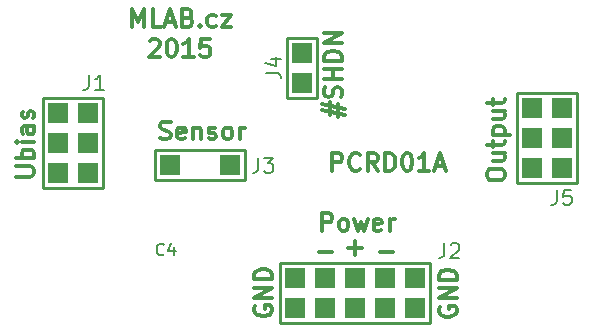
<source format=gbr>
%TF.GenerationSoftware,KiCad,Pcbnew,6.0.11+dfsg-1~bpo11+1*%
%TF.CreationDate,2023-05-28T09:09:13+00:00*%
%TF.ProjectId,PCRD01,50435244-3031-42e6-9b69-6361645f7063,01A*%
%TF.SameCoordinates,Original*%
%TF.FileFunction,Legend,Top*%
%TF.FilePolarity,Positive*%
%FSLAX46Y46*%
G04 Gerber Fmt 4.6, Leading zero omitted, Abs format (unit mm)*
G04 Created by KiCad (PCBNEW 6.0.11+dfsg-1~bpo11+1) date 2023-05-28 09:09:13*
%MOMM*%
%LPD*%
G01*
G04 APERTURE LIST*
%ADD10C,0.300000*%
%ADD11C,0.203200*%
%ADD12C,0.150000*%
%ADD13C,0.254000*%
%ADD14R,1.651000X1.651000*%
G04 APERTURE END LIST*
D10*
X160290214Y-95642071D02*
X160290214Y-94142071D01*
X160861642Y-94142071D01*
X161004500Y-94213500D01*
X161075928Y-94284928D01*
X161147357Y-94427785D01*
X161147357Y-94642071D01*
X161075928Y-94784928D01*
X161004500Y-94856357D01*
X160861642Y-94927785D01*
X160290214Y-94927785D01*
X162004500Y-95642071D02*
X161861642Y-95570642D01*
X161790214Y-95499214D01*
X161718785Y-95356357D01*
X161718785Y-94927785D01*
X161790214Y-94784928D01*
X161861642Y-94713500D01*
X162004500Y-94642071D01*
X162218785Y-94642071D01*
X162361642Y-94713500D01*
X162433071Y-94784928D01*
X162504500Y-94927785D01*
X162504500Y-95356357D01*
X162433071Y-95499214D01*
X162361642Y-95570642D01*
X162218785Y-95642071D01*
X162004500Y-95642071D01*
X163004500Y-94642071D02*
X163290214Y-95642071D01*
X163575928Y-94927785D01*
X163861642Y-95642071D01*
X164147357Y-94642071D01*
X165290214Y-95570642D02*
X165147357Y-95642071D01*
X164861642Y-95642071D01*
X164718785Y-95570642D01*
X164647357Y-95427785D01*
X164647357Y-94856357D01*
X164718785Y-94713500D01*
X164861642Y-94642071D01*
X165147357Y-94642071D01*
X165290214Y-94713500D01*
X165361642Y-94856357D01*
X165361642Y-94999214D01*
X164647357Y-95142071D01*
X166004500Y-95642071D02*
X166004500Y-94642071D01*
X166004500Y-94927785D02*
X166075928Y-94784928D01*
X166147357Y-94713500D01*
X166290214Y-94642071D01*
X166433071Y-94642071D01*
X174244071Y-91014214D02*
X174244071Y-90728500D01*
X174315500Y-90585642D01*
X174458357Y-90442785D01*
X174744071Y-90371357D01*
X175244071Y-90371357D01*
X175529785Y-90442785D01*
X175672642Y-90585642D01*
X175744071Y-90728500D01*
X175744071Y-91014214D01*
X175672642Y-91157071D01*
X175529785Y-91299928D01*
X175244071Y-91371357D01*
X174744071Y-91371357D01*
X174458357Y-91299928D01*
X174315500Y-91157071D01*
X174244071Y-91014214D01*
X174744071Y-89085642D02*
X175744071Y-89085642D01*
X174744071Y-89728500D02*
X175529785Y-89728500D01*
X175672642Y-89657071D01*
X175744071Y-89514214D01*
X175744071Y-89299928D01*
X175672642Y-89157071D01*
X175601214Y-89085642D01*
X174744071Y-88585642D02*
X174744071Y-88014214D01*
X174244071Y-88371357D02*
X175529785Y-88371357D01*
X175672642Y-88299928D01*
X175744071Y-88157071D01*
X175744071Y-88014214D01*
X174744071Y-87514214D02*
X176244071Y-87514214D01*
X174815500Y-87514214D02*
X174744071Y-87371357D01*
X174744071Y-87085642D01*
X174815500Y-86942785D01*
X174886928Y-86871357D01*
X175029785Y-86799928D01*
X175458357Y-86799928D01*
X175601214Y-86871357D01*
X175672642Y-86942785D01*
X175744071Y-87085642D01*
X175744071Y-87371357D01*
X175672642Y-87514214D01*
X174744071Y-85514214D02*
X175744071Y-85514214D01*
X174744071Y-86157071D02*
X175529785Y-86157071D01*
X175672642Y-86085642D01*
X175744071Y-85942785D01*
X175744071Y-85728500D01*
X175672642Y-85585642D01*
X175601214Y-85514214D01*
X174744071Y-85014214D02*
X174744071Y-84442785D01*
X174244071Y-84799928D02*
X175529785Y-84799928D01*
X175672642Y-84728500D01*
X175744071Y-84585642D01*
X175744071Y-84442785D01*
X170251500Y-102075357D02*
X170180071Y-102218214D01*
X170180071Y-102432500D01*
X170251500Y-102646785D01*
X170394357Y-102789642D01*
X170537214Y-102861071D01*
X170822928Y-102932500D01*
X171037214Y-102932500D01*
X171322928Y-102861071D01*
X171465785Y-102789642D01*
X171608642Y-102646785D01*
X171680071Y-102432500D01*
X171680071Y-102289642D01*
X171608642Y-102075357D01*
X171537214Y-102003928D01*
X171037214Y-102003928D01*
X171037214Y-102289642D01*
X171680071Y-101361071D02*
X170180071Y-101361071D01*
X171680071Y-100503928D01*
X170180071Y-100503928D01*
X171680071Y-99789642D02*
X170180071Y-99789642D01*
X170180071Y-99432500D01*
X170251500Y-99218214D01*
X170394357Y-99075357D01*
X170537214Y-99003928D01*
X170822928Y-98932500D01*
X171037214Y-98932500D01*
X171322928Y-99003928D01*
X171465785Y-99075357D01*
X171608642Y-99218214D01*
X171680071Y-99432500D01*
X171680071Y-99789642D01*
X165159571Y-97420142D02*
X166302428Y-97420142D01*
X154630500Y-102011857D02*
X154559071Y-102154714D01*
X154559071Y-102369000D01*
X154630500Y-102583285D01*
X154773357Y-102726142D01*
X154916214Y-102797571D01*
X155201928Y-102869000D01*
X155416214Y-102869000D01*
X155701928Y-102797571D01*
X155844785Y-102726142D01*
X155987642Y-102583285D01*
X156059071Y-102369000D01*
X156059071Y-102226142D01*
X155987642Y-102011857D01*
X155916214Y-101940428D01*
X155416214Y-101940428D01*
X155416214Y-102226142D01*
X156059071Y-101297571D02*
X154559071Y-101297571D01*
X156059071Y-100440428D01*
X154559071Y-100440428D01*
X156059071Y-99726142D02*
X154559071Y-99726142D01*
X154559071Y-99369000D01*
X154630500Y-99154714D01*
X154773357Y-99011857D01*
X154916214Y-98940428D01*
X155201928Y-98869000D01*
X155416214Y-98869000D01*
X155701928Y-98940428D01*
X155844785Y-99011857D01*
X155987642Y-99154714D01*
X156059071Y-99369000D01*
X156059071Y-99726142D01*
X161143714Y-90562071D02*
X161143714Y-89062071D01*
X161715142Y-89062071D01*
X161858000Y-89133500D01*
X161929428Y-89204928D01*
X162000857Y-89347785D01*
X162000857Y-89562071D01*
X161929428Y-89704928D01*
X161858000Y-89776357D01*
X161715142Y-89847785D01*
X161143714Y-89847785D01*
X163500857Y-90419214D02*
X163429428Y-90490642D01*
X163215142Y-90562071D01*
X163072285Y-90562071D01*
X162858000Y-90490642D01*
X162715142Y-90347785D01*
X162643714Y-90204928D01*
X162572285Y-89919214D01*
X162572285Y-89704928D01*
X162643714Y-89419214D01*
X162715142Y-89276357D01*
X162858000Y-89133500D01*
X163072285Y-89062071D01*
X163215142Y-89062071D01*
X163429428Y-89133500D01*
X163500857Y-89204928D01*
X165000857Y-90562071D02*
X164500857Y-89847785D01*
X164143714Y-90562071D02*
X164143714Y-89062071D01*
X164715142Y-89062071D01*
X164858000Y-89133500D01*
X164929428Y-89204928D01*
X165000857Y-89347785D01*
X165000857Y-89562071D01*
X164929428Y-89704928D01*
X164858000Y-89776357D01*
X164715142Y-89847785D01*
X164143714Y-89847785D01*
X165643714Y-90562071D02*
X165643714Y-89062071D01*
X166000857Y-89062071D01*
X166215142Y-89133500D01*
X166358000Y-89276357D01*
X166429428Y-89419214D01*
X166500857Y-89704928D01*
X166500857Y-89919214D01*
X166429428Y-90204928D01*
X166358000Y-90347785D01*
X166215142Y-90490642D01*
X166000857Y-90562071D01*
X165643714Y-90562071D01*
X167429428Y-89062071D02*
X167572285Y-89062071D01*
X167715142Y-89133500D01*
X167786571Y-89204928D01*
X167858000Y-89347785D01*
X167929428Y-89633500D01*
X167929428Y-89990642D01*
X167858000Y-90276357D01*
X167786571Y-90419214D01*
X167715142Y-90490642D01*
X167572285Y-90562071D01*
X167429428Y-90562071D01*
X167286571Y-90490642D01*
X167215142Y-90419214D01*
X167143714Y-90276357D01*
X167072285Y-89990642D01*
X167072285Y-89633500D01*
X167143714Y-89347785D01*
X167215142Y-89204928D01*
X167286571Y-89133500D01*
X167429428Y-89062071D01*
X169358000Y-90562071D02*
X168500857Y-90562071D01*
X168929428Y-90562071D02*
X168929428Y-89062071D01*
X168786571Y-89276357D01*
X168643714Y-89419214D01*
X168500857Y-89490642D01*
X169929428Y-90133500D02*
X170643714Y-90133500D01*
X169786571Y-90562071D02*
X170286571Y-89062071D01*
X170786571Y-90562071D01*
X145697071Y-79552928D02*
X145768500Y-79481500D01*
X145911357Y-79410071D01*
X146268500Y-79410071D01*
X146411357Y-79481500D01*
X146482785Y-79552928D01*
X146554214Y-79695785D01*
X146554214Y-79838642D01*
X146482785Y-80052928D01*
X145625642Y-80910071D01*
X146554214Y-80910071D01*
X147482785Y-79410071D02*
X147625642Y-79410071D01*
X147768500Y-79481500D01*
X147839928Y-79552928D01*
X147911357Y-79695785D01*
X147982785Y-79981500D01*
X147982785Y-80338642D01*
X147911357Y-80624357D01*
X147839928Y-80767214D01*
X147768500Y-80838642D01*
X147625642Y-80910071D01*
X147482785Y-80910071D01*
X147339928Y-80838642D01*
X147268500Y-80767214D01*
X147197071Y-80624357D01*
X147125642Y-80338642D01*
X147125642Y-79981500D01*
X147197071Y-79695785D01*
X147268500Y-79552928D01*
X147339928Y-79481500D01*
X147482785Y-79410071D01*
X149411357Y-80910071D02*
X148554214Y-80910071D01*
X148982785Y-80910071D02*
X148982785Y-79410071D01*
X148839928Y-79624357D01*
X148697071Y-79767214D01*
X148554214Y-79838642D01*
X150768500Y-79410071D02*
X150054214Y-79410071D01*
X149982785Y-80124357D01*
X150054214Y-80052928D01*
X150197071Y-79981500D01*
X150554214Y-79981500D01*
X150697071Y-80052928D01*
X150768500Y-80124357D01*
X150839928Y-80267214D01*
X150839928Y-80624357D01*
X150768500Y-80767214D01*
X150697071Y-80838642D01*
X150554214Y-80910071D01*
X150197071Y-80910071D01*
X150054214Y-80838642D01*
X149982785Y-80767214D01*
X162492571Y-97102642D02*
X163635428Y-97102642D01*
X163064000Y-97674071D02*
X163064000Y-96531214D01*
X160964571Y-85827000D02*
X160964571Y-84755571D01*
X160321714Y-85398428D02*
X162250285Y-85827000D01*
X161607428Y-84898428D02*
X161607428Y-85969857D01*
X162250285Y-85327000D02*
X160321714Y-84898428D01*
X161893142Y-84327000D02*
X161964571Y-84112714D01*
X161964571Y-83755571D01*
X161893142Y-83612714D01*
X161821714Y-83541285D01*
X161678857Y-83469857D01*
X161536000Y-83469857D01*
X161393142Y-83541285D01*
X161321714Y-83612714D01*
X161250285Y-83755571D01*
X161178857Y-84041285D01*
X161107428Y-84184142D01*
X161036000Y-84255571D01*
X160893142Y-84327000D01*
X160750285Y-84327000D01*
X160607428Y-84255571D01*
X160536000Y-84184142D01*
X160464571Y-84041285D01*
X160464571Y-83684142D01*
X160536000Y-83469857D01*
X161964571Y-82827000D02*
X160464571Y-82827000D01*
X161178857Y-82827000D02*
X161178857Y-81969857D01*
X161964571Y-81969857D02*
X160464571Y-81969857D01*
X161964571Y-81255571D02*
X160464571Y-81255571D01*
X160464571Y-80898428D01*
X160536000Y-80684142D01*
X160678857Y-80541285D01*
X160821714Y-80469857D01*
X161107428Y-80398428D01*
X161321714Y-80398428D01*
X161607428Y-80469857D01*
X161750285Y-80541285D01*
X161893142Y-80684142D01*
X161964571Y-80898428D01*
X161964571Y-81255571D01*
X161964571Y-79755571D02*
X160464571Y-79755571D01*
X161964571Y-78898428D01*
X160464571Y-78898428D01*
X134366071Y-91046000D02*
X135580357Y-91046000D01*
X135723214Y-90974571D01*
X135794642Y-90903142D01*
X135866071Y-90760285D01*
X135866071Y-90474571D01*
X135794642Y-90331714D01*
X135723214Y-90260285D01*
X135580357Y-90188857D01*
X134366071Y-90188857D01*
X135866071Y-89474571D02*
X134366071Y-89474571D01*
X134937500Y-89474571D02*
X134866071Y-89331714D01*
X134866071Y-89046000D01*
X134937500Y-88903142D01*
X135008928Y-88831714D01*
X135151785Y-88760285D01*
X135580357Y-88760285D01*
X135723214Y-88831714D01*
X135794642Y-88903142D01*
X135866071Y-89046000D01*
X135866071Y-89331714D01*
X135794642Y-89474571D01*
X135866071Y-88117428D02*
X134866071Y-88117428D01*
X134366071Y-88117428D02*
X134437500Y-88188857D01*
X134508928Y-88117428D01*
X134437500Y-88046000D01*
X134366071Y-88117428D01*
X134508928Y-88117428D01*
X135866071Y-86760285D02*
X135080357Y-86760285D01*
X134937500Y-86831714D01*
X134866071Y-86974571D01*
X134866071Y-87260285D01*
X134937500Y-87403142D01*
X135794642Y-86760285D02*
X135866071Y-86903142D01*
X135866071Y-87260285D01*
X135794642Y-87403142D01*
X135651785Y-87474571D01*
X135508928Y-87474571D01*
X135366071Y-87403142D01*
X135294642Y-87260285D01*
X135294642Y-86903142D01*
X135223214Y-86760285D01*
X135794642Y-86117428D02*
X135866071Y-85974571D01*
X135866071Y-85688857D01*
X135794642Y-85546000D01*
X135651785Y-85474571D01*
X135580357Y-85474571D01*
X135437500Y-85546000D01*
X135366071Y-85688857D01*
X135366071Y-85903142D01*
X135294642Y-86046000D01*
X135151785Y-86117428D01*
X135080357Y-86117428D01*
X134937500Y-86046000D01*
X134866071Y-85903142D01*
X134866071Y-85688857D01*
X134937500Y-85546000D01*
X144224857Y-78370071D02*
X144224857Y-76870071D01*
X144724857Y-77941500D01*
X145224857Y-76870071D01*
X145224857Y-78370071D01*
X146653428Y-78370071D02*
X145939142Y-78370071D01*
X145939142Y-76870071D01*
X147082000Y-77941500D02*
X147796285Y-77941500D01*
X146939142Y-78370071D02*
X147439142Y-76870071D01*
X147939142Y-78370071D01*
X148939142Y-77584357D02*
X149153428Y-77655785D01*
X149224857Y-77727214D01*
X149296285Y-77870071D01*
X149296285Y-78084357D01*
X149224857Y-78227214D01*
X149153428Y-78298642D01*
X149010571Y-78370071D01*
X148439142Y-78370071D01*
X148439142Y-76870071D01*
X148939142Y-76870071D01*
X149082000Y-76941500D01*
X149153428Y-77012928D01*
X149224857Y-77155785D01*
X149224857Y-77298642D01*
X149153428Y-77441500D01*
X149082000Y-77512928D01*
X148939142Y-77584357D01*
X148439142Y-77584357D01*
X149939142Y-78227214D02*
X150010571Y-78298642D01*
X149939142Y-78370071D01*
X149867714Y-78298642D01*
X149939142Y-78227214D01*
X149939142Y-78370071D01*
X151296285Y-78298642D02*
X151153428Y-78370071D01*
X150867714Y-78370071D01*
X150724857Y-78298642D01*
X150653428Y-78227214D01*
X150582000Y-78084357D01*
X150582000Y-77655785D01*
X150653428Y-77512928D01*
X150724857Y-77441500D01*
X150867714Y-77370071D01*
X151153428Y-77370071D01*
X151296285Y-77441500D01*
X151796285Y-77370071D02*
X152582000Y-77370071D01*
X151796285Y-78370071D01*
X152582000Y-78370071D01*
X146610000Y-87823642D02*
X146824285Y-87895071D01*
X147181428Y-87895071D01*
X147324285Y-87823642D01*
X147395714Y-87752214D01*
X147467142Y-87609357D01*
X147467142Y-87466500D01*
X147395714Y-87323642D01*
X147324285Y-87252214D01*
X147181428Y-87180785D01*
X146895714Y-87109357D01*
X146752857Y-87037928D01*
X146681428Y-86966500D01*
X146610000Y-86823642D01*
X146610000Y-86680785D01*
X146681428Y-86537928D01*
X146752857Y-86466500D01*
X146895714Y-86395071D01*
X147252857Y-86395071D01*
X147467142Y-86466500D01*
X148681428Y-87823642D02*
X148538571Y-87895071D01*
X148252857Y-87895071D01*
X148110000Y-87823642D01*
X148038571Y-87680785D01*
X148038571Y-87109357D01*
X148110000Y-86966500D01*
X148252857Y-86895071D01*
X148538571Y-86895071D01*
X148681428Y-86966500D01*
X148752857Y-87109357D01*
X148752857Y-87252214D01*
X148038571Y-87395071D01*
X149395714Y-86895071D02*
X149395714Y-87895071D01*
X149395714Y-87037928D02*
X149467142Y-86966500D01*
X149610000Y-86895071D01*
X149824285Y-86895071D01*
X149967142Y-86966500D01*
X150038571Y-87109357D01*
X150038571Y-87895071D01*
X150681428Y-87823642D02*
X150824285Y-87895071D01*
X151110000Y-87895071D01*
X151252857Y-87823642D01*
X151324285Y-87680785D01*
X151324285Y-87609357D01*
X151252857Y-87466500D01*
X151110000Y-87395071D01*
X150895714Y-87395071D01*
X150752857Y-87323642D01*
X150681428Y-87180785D01*
X150681428Y-87109357D01*
X150752857Y-86966500D01*
X150895714Y-86895071D01*
X151110000Y-86895071D01*
X151252857Y-86966500D01*
X152181428Y-87895071D02*
X152038571Y-87823642D01*
X151967142Y-87752214D01*
X151895714Y-87609357D01*
X151895714Y-87180785D01*
X151967142Y-87037928D01*
X152038571Y-86966500D01*
X152181428Y-86895071D01*
X152395714Y-86895071D01*
X152538571Y-86966500D01*
X152610000Y-87037928D01*
X152681428Y-87180785D01*
X152681428Y-87609357D01*
X152610000Y-87752214D01*
X152538571Y-87823642D01*
X152395714Y-87895071D01*
X152181428Y-87895071D01*
X153324285Y-87895071D02*
X153324285Y-86895071D01*
X153324285Y-87180785D02*
X153395714Y-87037928D01*
X153467142Y-86966500D01*
X153610000Y-86895071D01*
X153752857Y-86895071D01*
X160016071Y-97420142D02*
X161158928Y-97420142D01*
D11*
%TO.C,J1*%
X140542666Y-82457023D02*
X140542666Y-83364166D01*
X140482190Y-83545595D01*
X140361238Y-83666547D01*
X140179809Y-83727023D01*
X140058857Y-83727023D01*
X141812666Y-83727023D02*
X141086952Y-83727023D01*
X141449809Y-83727023D02*
X141449809Y-82457023D01*
X141328857Y-82638452D01*
X141207904Y-82759404D01*
X141086952Y-82819880D01*
%TO.C,J2*%
X170641666Y-96681023D02*
X170641666Y-97588166D01*
X170581190Y-97769595D01*
X170460238Y-97890547D01*
X170278809Y-97951023D01*
X170157857Y-97951023D01*
X171185952Y-96801976D02*
X171246428Y-96741500D01*
X171367380Y-96681023D01*
X171669761Y-96681023D01*
X171790714Y-96741500D01*
X171851190Y-96801976D01*
X171911666Y-96922928D01*
X171911666Y-97043880D01*
X171851190Y-97225309D01*
X171125476Y-97951023D01*
X171911666Y-97951023D01*
%TO.C,J5*%
X180166666Y-92172523D02*
X180166666Y-93079666D01*
X180106190Y-93261095D01*
X179985238Y-93382047D01*
X179803809Y-93442523D01*
X179682857Y-93442523D01*
X181376190Y-92172523D02*
X180771428Y-92172523D01*
X180710952Y-92777285D01*
X180771428Y-92716809D01*
X180892380Y-92656333D01*
X181194761Y-92656333D01*
X181315714Y-92716809D01*
X181376190Y-92777285D01*
X181436666Y-92898238D01*
X181436666Y-93200619D01*
X181376190Y-93321571D01*
X181315714Y-93382047D01*
X181194761Y-93442523D01*
X180892380Y-93442523D01*
X180771428Y-93382047D01*
X180710952Y-93321571D01*
D12*
%TO.C,C4*%
X146895333Y-97619342D02*
X146847714Y-97666961D01*
X146704857Y-97714580D01*
X146609619Y-97714580D01*
X146466761Y-97666961D01*
X146371523Y-97571723D01*
X146323904Y-97476485D01*
X146276285Y-97286009D01*
X146276285Y-97143152D01*
X146323904Y-96952676D01*
X146371523Y-96857438D01*
X146466761Y-96762200D01*
X146609619Y-96714580D01*
X146704857Y-96714580D01*
X146847714Y-96762200D01*
X146895333Y-96809819D01*
X147752476Y-97047914D02*
X147752476Y-97714580D01*
X147514380Y-96666961D02*
X147276285Y-97381247D01*
X147895333Y-97381247D01*
D11*
%TO.C,J3*%
X154893666Y-89442023D02*
X154893666Y-90349166D01*
X154833190Y-90530595D01*
X154712238Y-90651547D01*
X154530809Y-90712023D01*
X154409857Y-90712023D01*
X155377476Y-89442023D02*
X156163666Y-89442023D01*
X155740333Y-89925833D01*
X155921761Y-89925833D01*
X156042714Y-89986309D01*
X156103190Y-90046785D01*
X156163666Y-90167738D01*
X156163666Y-90470119D01*
X156103190Y-90591071D01*
X156042714Y-90651547D01*
X155921761Y-90712023D01*
X155558904Y-90712023D01*
X155437952Y-90651547D01*
X155377476Y-90591071D01*
%TO.C,J4*%
X155510523Y-82242333D02*
X156417666Y-82242333D01*
X156599095Y-82302809D01*
X156720047Y-82423761D01*
X156780523Y-82605190D01*
X156780523Y-82726142D01*
X155933857Y-81093285D02*
X156780523Y-81093285D01*
X155450047Y-81395666D02*
X156357190Y-81698047D01*
X156357190Y-80911857D01*
D13*
%TO.C,J1*%
X136648000Y-91979000D02*
X139188000Y-91979000D01*
X136648000Y-89439000D02*
X136648000Y-91979000D01*
X141728000Y-91979000D02*
X139188000Y-91979000D01*
X136648000Y-84359000D02*
X136648000Y-89439000D01*
X141728000Y-91979000D02*
X141728000Y-84359000D01*
X141728000Y-84359000D02*
X136648000Y-84359000D01*
%TO.C,J2*%
X156764800Y-98329000D02*
X156764800Y-100869000D01*
X156764800Y-103409000D02*
X164384800Y-103409000D01*
X156764800Y-103409000D02*
X156764800Y-100869000D01*
X165654800Y-98329000D02*
X168194800Y-98329000D01*
X166924800Y-98329000D02*
X169464800Y-98329000D01*
X161844800Y-103409000D02*
X164384800Y-103409000D01*
X168194800Y-98329000D02*
X163114800Y-98329000D01*
X166924800Y-103409000D02*
X169464800Y-103409000D01*
X166924800Y-103409000D02*
X169464800Y-103409000D01*
X169464800Y-103409000D02*
X169464800Y-98329000D01*
X163114800Y-98329000D02*
X160574800Y-98329000D01*
X161844800Y-103409000D02*
X164384800Y-103409000D01*
X165654800Y-98329000D02*
X168194800Y-98329000D01*
X165654800Y-98329000D02*
X168194800Y-98329000D01*
X169464800Y-103409000D02*
X169464800Y-98329000D01*
X165654800Y-98329000D02*
X168194800Y-98329000D01*
X159304800Y-98329000D02*
X160574800Y-98329000D01*
X164384800Y-103409000D02*
X166924800Y-103409000D01*
X164384800Y-103409000D02*
X166924800Y-103409000D01*
X166924800Y-98329000D02*
X169464800Y-98329000D01*
X156764800Y-98329000D02*
X159304800Y-98329000D01*
%TO.C,J5*%
X181834600Y-84003400D02*
X176754600Y-84003400D01*
X181834600Y-91623400D02*
X181834600Y-84003400D01*
X176754600Y-89083400D02*
X176754600Y-91623400D01*
X176754600Y-84003400D02*
X176754600Y-89083400D01*
X176754600Y-91623400D02*
X179294600Y-91623400D01*
X181834600Y-91623400D02*
X179294600Y-91623400D01*
%TO.C,J3*%
X146173000Y-88804000D02*
X148713000Y-88804000D01*
X146173000Y-91344000D02*
X148713000Y-91344000D01*
X153793000Y-91344000D02*
X153793000Y-88804000D01*
X146173000Y-88804000D02*
X146173000Y-91344000D01*
X153793000Y-88804000D02*
X148713000Y-88804000D01*
X148713000Y-91344000D02*
X153793000Y-91344000D01*
%TO.C,J4*%
X157349000Y-84359000D02*
X159889000Y-84359000D01*
X159889000Y-81819000D02*
X159889000Y-79279000D01*
X159889000Y-84359000D02*
X159889000Y-81819000D01*
X157349000Y-84359000D02*
X157349000Y-81819000D01*
X159889000Y-79279000D02*
X157349000Y-79279000D01*
X157349000Y-81819000D02*
X157349000Y-79279000D01*
%TD*%
D14*
%TO.C,J1*%
X140458000Y-90709000D03*
X140458000Y-88169000D03*
X140458000Y-85629000D03*
X137918000Y-85629000D03*
X137918000Y-88169000D03*
X137918000Y-90709000D03*
%TD*%
%TO.C,J2*%
X158034800Y-102139000D03*
X160574800Y-102139000D03*
X163114800Y-102139000D03*
X165654800Y-102139000D03*
X168194800Y-102139000D03*
X168194800Y-99599000D03*
X165654800Y-99599000D03*
X163114800Y-99599000D03*
X160574800Y-99599000D03*
X158034800Y-99599000D03*
%TD*%
%TO.C,J5*%
X180564600Y-90353400D03*
X180564600Y-87813400D03*
X180564600Y-85273400D03*
X178024600Y-85273400D03*
X178024600Y-87813400D03*
X178024600Y-90353400D03*
%TD*%
%TO.C,J3*%
X147443000Y-90074000D03*
X152523000Y-90074000D03*
%TD*%
%TO.C,J4*%
X158619000Y-83089000D03*
X158619000Y-80549000D03*
%TD*%
M02*

</source>
